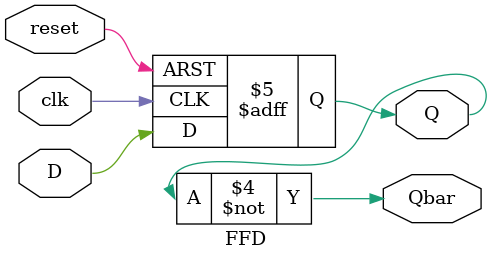
<source format=v>
`timescale 1ns / 1ps
module FFD(
	input clk, reset, D,
	output reg Q, 
	output Qbar
    );
always @(negedge clk, negedge reset)
	if (~reset)
		Q <= 0;
	else if (~clk)
		Q <= D;
assign Qbar = ~Q;
endmodule

</source>
